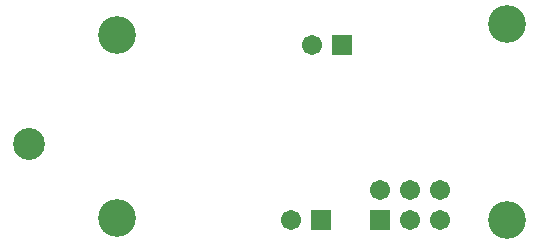
<source format=gbs>
G04 Layer_Color=16711935*
%FSAX44Y44*%
%MOMM*%
G71*
G01*
G75*
%ADD38C,1.7032*%
%ADD39R,1.7032X1.7032*%
%ADD40C,3.2032*%
%ADD41C,2.7032*%
D38*
X00369300Y00048900D02*
D03*
Y00023500D02*
D03*
X00343900Y00048900D02*
D03*
Y00023500D02*
D03*
X00318500Y00048900D02*
D03*
X00243100Y00023500D02*
D03*
X00260600Y00171000D02*
D03*
D39*
X00318500Y00023500D02*
D03*
X00268500D02*
D03*
X00286000Y00171000D02*
D03*
D40*
X00426000Y00023000D02*
D03*
Y00189000D02*
D03*
X00096000Y00179840D02*
D03*
Y00024840D02*
D03*
D41*
X00021000Y00087340D02*
D03*
M02*

</source>
